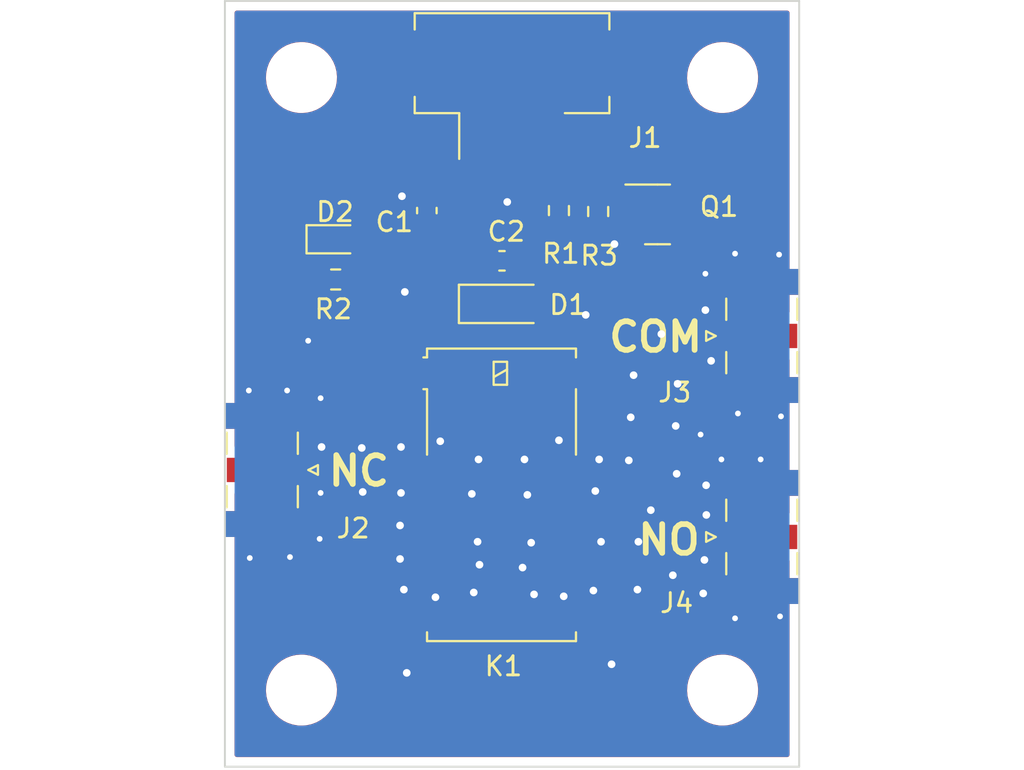
<source format=kicad_pcb>
(kicad_pcb (version 20211014) (generator pcbnew)
  (layers (0 "F.Cu" signal) (1 "In1.Cu" signal) (2 "In2.Cu" signal) (31 "B.Cu" signal) (34 "B.Paste" user) (35 "F.Paste" user) (36 "B.SilkS" user "B.Silkscreen") (37 "F.SilkS" user "F.Silkscreen") (38 "B.Mask" user) (39 "F.Mask" user) (44 "Edge.Cuts" user))
  (net 0 "")
  (net 1 "GND")
  (net 2 "Net-(J1-Pad2)")
  (net 3 "Net-(J2-Pad1)")
  (net 4 "Net-(J4-Pad1)")
  (net 5 "Net-(D2-Pad1)")
  (net 6 "Net-(Q1-Pad1)")
  (net 7 "Net-(C1-Pad1)")
  (net 8 "Net-(C2-Pad1)")
  (net 11 "Net-(K1-Pad4)")
  (footprint "MountingHole:MountingHole_2.7mm_M2.5_DIN965" (layer "F.Cu") (at 104 104)
    (fp_text reference "H1" hide)
    (fp_text value "MountingHole")
    (pad "" np_thru_hole circle locked (at 0 0) (size 2.7 2.7) (drill 2.7) (layers *.Cu *.Mask))
  )
  (footprint "Connector_Coaxial:SMA_Samtec_SMA-J-P-X-ST-EM1_EdgeMount" (layer "F.Cu") (at 102.1 124.5 -90)
    (fp_text reference "J2" (at 3.05 -4.6) (layer "F.SilkS"))
    (fp_text value "Conn_Coaxial")
    (fp_line (start 0.25 -2.76) (end -0.25 -2.76) (layer "F.SilkS") (width 0.12))
    (fp_line (start 0.84 -1.71) (end 1.95 -1.71) (layer "F.SilkS") (width 0.12))
    (fp_line (start -0.25 -2.76) (end 0 -2.26) (layer "F.SilkS") (width 0.12))
    (fp_line (start 0 -2.26) (end 0.25 -2.76) (layer "F.SilkS") (width 0.12))
    (fp_line (start -1.95 2) (end -0.84 2) (layer "F.SilkS") (width 0.12))
    (fp_line (start -1.95 -1.71) (end -0.84 -1.71) (layer "F.SilkS") (width 0.12))
    (fp_line (start 0.84 2) (end 1.95 2) (layer "F.SilkS") (width 0.12))
    (pad "1" smd rect locked (at 0 0.2 270) (size 1.27 3.6) (layers "F.Cu" "F.Paste" "F.Mask") (net 3 "Net-(J2-Pad1)"))
    (pad "2" smd rect locked (at 2.825 0 270) (size 1.35 4.2) (layers "B.Cu" "B.Paste" "B.Mask") (net 1 "GND"))
    (pad "2" smd rect locked (at 2.825 0 270) (size 1.35 4.2) (layers "F.Cu" "F.Paste" "F.Mask") (net 1 "GND"))
    (pad "2" smd rect locked (at -2.825 0 270) (size 1.35 4.2) (layers "B.Cu" "B.Paste" "B.Mask") (net 1 "GND"))
    (pad "2" smd rect locked (at -2.825 0 270) (size 1.35 4.2) (layers "F.Cu" "F.Paste" "F.Mask") (net 1 "GND"))
  )
  (footprint "Resistor_SMD:R_0603_1608Metric" (layer "F.Cu") (at 105.7875 114.55 180)
    (fp_text reference "R2" (at 0.125 -1.55) (layer "F.SilkS"))
    (fp_text value "R")
    (fp_line (start -0.237258 -0.5225) (end 0.237258 -0.5225) (layer "F.SilkS") (width 0.12))
    (fp_line (start -0.237258 0.5225) (end 0.237258 0.5225) (layer "F.SilkS") (width 0.12))
    (pad "1" smd roundrect locked (at -0.825 0 180) (size 0.8 0.95) (layers "F.Cu" "F.Paste" "F.Mask") (net 8 "Net-(C2-Pad1)"))
    (pad "2" smd roundrect locked (at 0.825 0 180) (size 0.8 0.95) (layers "F.Cu" "F.Paste" "F.Mask") (net 5 "Net-(D2-Pad1)"))
  )
  (footprint "Resistor_SMD:R_0603_1608Metric" (layer "F.Cu") (at 117.45 110.95 90)
    (fp_text reference "R1" (at -2.25 0.1) (layer "F.SilkS"))
    (fp_text value "R")
    (fp_line (start -0.237258 0.5225) (end 0.237258 0.5225) (layer "F.SilkS") (width 0.12))
    (fp_line (start -0.237258 -0.5225) (end 0.237258 -0.5225) (layer "F.SilkS") (width 0.12))
    (pad "1" smd roundrect locked (at -0.825 0 90) (size 0.8 0.95) (layers "F.Cu" "F.Paste" "F.Mask") (net 2 "Net-(J1-Pad2)"))
    (pad "2" smd roundrect locked (at 0.825 0 90) (size 0.8 0.95) (layers "F.Cu" "F.Paste" "F.Mask") (net 1 "GND"))
  )
  (footprint "Capacitor_SMD:C_0603_1608Metric" (layer "F.Cu") (at 114.475 113.575 180)
    (fp_text reference "C2" (at -0.225 1.525) (layer "F.SilkS"))
    (fp_text value "C")
    (fp_line (start -0.14058 0.51) (end 0.14058 0.51) (layer "F.SilkS") (width 0.12))
    (fp_line (start -0.14058 -0.51) (end 0.14058 -0.51) (layer "F.SilkS") (width 0.12))
    (pad "1" smd roundrect locked (at -0.775 0 180) (size 0.9 0.95) (layers "F.Cu" "F.Paste" "F.Mask") (net 8 "Net-(C2-Pad1)"))
    (pad "2" smd roundrect locked (at 0.775 0 180) (size 0.9 0.95) (layers "F.Cu" "F.Paste" "F.Mask") (net 7 "Net-(C1-Pad1)"))
  )
  (footprint "Resistor_SMD:R_0603_1608Metric" (layer "F.Cu") (at 119.5 111 -90)
    (fp_text reference "R3" (at 2.3 -0.05) (layer "F.SilkS"))
    (fp_text value "R")
    (fp_line (start -0.237258 -0.5225) (end 0.237258 -0.5225) (layer "F.SilkS") (width 0.12))
    (fp_line (start -0.237258 0.5225) (end 0.237258 0.5225) (layer "F.SilkS") (width 0.12))
    (pad "1" smd roundrect locked (at -0.825 0 270) (size 0.8 0.95) (layers "F.Cu" "F.Paste" "F.Mask") (net 2 "Net-(J1-Pad2)"))
    (pad "2" smd roundrect locked (at 0.825 0 270) (size 0.8 0.95) (layers "F.Cu" "F.Paste" "F.Mask") (net 6 "Net-(Q1-Pad1)"))
  )
  (footprint "Capacitor_SMD:C_0603_1608Metric" (layer "F.Cu") (at 110.55 110.95 90)
    (fp_text reference "C1" (at -0.6 -1.7) (layer "F.SilkS"))
    (fp_text value "C")
    (fp_line (start -0.14058 -0.51) (end 0.14058 -0.51) (layer "F.SilkS") (width 0.12))
    (fp_line (start -0.14058 0.51) (end 0.14058 0.51) (layer "F.SilkS") (width 0.12))
    (pad "1" smd roundrect locked (at -0.775 0 90) (size 0.9 0.95) (layers "F.Cu" "F.Paste" "F.Mask") (net 7 "Net-(C1-Pad1)"))
    (pad "2" smd roundrect locked (at 0.775 0 90) (size 0.9 0.95) (layers "F.Cu" "F.Paste" "F.Mask") (net 1 "GND"))
  )
  (footprint "MountingHole:MountingHole_2.7mm_M2.5_DIN965" (layer "F.Cu") (at 126 136)
    (fp_text reference "H4" hide)
    (fp_text value "MountingHole")
    (pad "" np_thru_hole circle locked (at 0 0) (size 2.7 2.7) (drill 2.7) (layers *.Cu *.Mask))
  )
  (footprint "MountingHole:MountingHole_2.7mm_M2.5_DIN965" (layer "F.Cu") (at 104 136)
    (fp_text reference "H2" hide)
    (fp_text value "MountingHole")
    (pad "" np_thru_hole circle locked (at 0 0) (size 2.7 2.7) (drill 2.7) (layers *.Cu *.Mask))
  )
  (footprint "Connector_JST:JST_PH_B3B-PH-SM4-TB_1x03-1MP_P2.00mm_Vertical" (layer "F.Cu") (at 115 105)
    (fp_text reference "J1" (at 6.95 2.15) (layer "F.SilkS"))
    (fp_text value "Conn_01x03")
    (fp_line (start -2.76 0.86) (end -2.76 3.25) (layer "F.SilkS") (width 0.12))
    (fp_line (start -5.085 0.01) (end -5.085 0.86) (layer "F.SilkS") (width 0.12))
    (fp_line (start -5.085 -3.51) (end -5.085 -4.36) (layer "F.SilkS") (width 0.12))
    (fp_line (start 5.085 -4.36) (end 5.085 -3.51) (layer "F.SilkS") (width 0.12))
    (fp_line (start 5.085 0.01) (end 5.085 0.86) (layer "F.SilkS") (width 0.12))
    (fp_line (start 5.085 0.86) (end 2.76 0.86) (layer "F.SilkS") (width 0.12))
    (fp_line (start -5.085 -4.36) (end 5.085 -4.36) (layer "F.SilkS") (width 0.12))
    (fp_line (start -5.085 0.86) (end -2.76 0.86) (layer "F.SilkS") (width 0.12))
    (pad "1" smd roundrect locked (at -2 0.5) (size 1 5.5) (layers "F.Cu" "F.Paste" "F.Mask") (net 7 "Net-(C1-Pad1)"))
    (pad "2" smd roundrect locked (at 0 0.5) (size 1 5.5) (layers "F.Cu" "F.Paste" "F.Mask") (net 2 "Net-(J1-Pad2)"))
    (pad "3" smd roundrect locked (at 2 0.5) (size 1 5.5) (layers "F.Cu" "F.Paste" "F.Mask") (net 1 "GND"))
    (pad "MP" smd roundrect locked (at 4.4 -1.75) (size 1.6 3) (layers "F.Cu" "F.Paste" "F.Mask") (roundrect_rratio 0.15625))
    (pad "MP" smd roundrect locked (at -4.4 -1.75) (size 1.6 3) (layers "F.Cu" "F.Paste" "F.Mask") (roundrect_rratio 0.15625))
  )
  (footprint "Connector_Coaxial:SMA_Samtec_SMA-J-P-X-ST-EM1_EdgeMount" (layer "F.Cu") (at 127.9 128 90)
    (fp_text reference "J4" (at -3.45 -4.3) (layer "F.SilkS"))
    (fp_text value "Conn_Coaxial")
    (fp_line (start -1.95 2) (end -0.84 2) (layer "F.SilkS") (width 0.12))
    (fp_line (start -0.25 -2.76) (end 0 -2.26) (layer "F.SilkS") (width 0.12))
    (fp_line (start -1.95 -1.71) (end -0.84 -1.71) (layer "F.SilkS") (width 0.12))
    (fp_line (start 0.84 2) (end 1.95 2) (layer "F.SilkS") (width 0.12))
    (fp_line (start 0 -2.26) (end 0.25 -2.76) (layer "F.SilkS") (width 0.12))
    (fp_line (start 0.25 -2.76) (end -0.25 -2.76) (layer "F.SilkS") (width 0.12))
    (fp_line (start 0.84 -1.71) (end 1.95 -1.71) (layer "F.SilkS") (width 0.12))
    (pad "1" smd rect locked (at 0 0.2 90) (size 1.27 3.6) (layers "F.Cu" "F.Paste" "F.Mask") (net 4 "Net-(J4-Pad1)"))
    (pad "2" smd rect locked (at 2.825 0 90) (size 1.35 4.2) (layers "B.Cu" "B.Paste" "B.Mask") (net 1 "GND"))
    (pad "2" smd rect locked (at 2.825 0 90) (size 1.35 4.2) (layers "F.Cu" "F.Paste" "F.Mask") (net 1 "GND"))
    (pad "2" smd rect locked (at -2.825 0 90) (size 1.35 4.2) (layers "F.Cu" "F.Paste" "F.Mask") (net 1 "GND"))
    (pad "2" smd rect locked (at -2.825 0 90) (size 1.35 4.2) (layers "B.Cu" "B.Paste" "B.Mask") (net 1 "GND"))
  )
  (footprint "LED_SMD:LED_0603_1608Metric" (layer "F.Cu") (at 105.75 112.45)
    (fp_text reference "D2" (at 0 -1.43) (layer "F.SilkS"))
    (fp_text value "LED")
    (fp_line (start 0.8 -0.735) (end -1.485 -0.735) (layer "F.SilkS") (width 0.12))
    (fp_line (start -1.485 0.735) (end 0.8 0.735) (layer "F.SilkS") (width 0.12))
    (fp_line (start -1.485 -0.735) (end -1.485 0.735) (layer "F.SilkS") (width 0.12))
    (pad "1" smd roundrect locked (at -0.7875 0) (size 0.875 0.95) (layers "F.Cu" "F.Paste" "F.Mask") (net 5 "Net-(D2-Pad1)"))
    (pad "2" smd roundrect locked (at 0.7875 0) (size 0.875 0.95) (layers "F.Cu" "F.Paste" "F.Mask") (net 7 "Net-(C1-Pad1)"))
  )
  (footprint "Package_TO_SOT_SMD:SOT-23" (layer "F.Cu") (at 122.6 111.15)
    (fp_text reference "Q1" (at 3.2125 -0.4) (layer "F.SilkS"))
    (fp_text value "BC817")
    (fp_line (start 0 1.56) (end -0.65 1.56) (layer "F.SilkS") (width 0.12))
    (fp_line (start 0 -1.56) (end -1.675 -1.56) (layer "F.SilkS") (width 0.12))
    (fp_line (start 0 1.56) (end 0.65 1.56) (layer "F.SilkS") (width 0.12))
    (fp_line (start 0 -1.56) (end 0.65 -1.56) (layer "F.SilkS") (width 0.12))
    (pad "1" smd roundrect locked (at -0.9375 -0.95) (size 1.475 0.6) (layers "F.Cu" "F.Paste" "F.Mask") (net 6 "Net-(Q1-Pad1)"))
    (pad "2" smd roundrect locked (at -0.9375 0.95) (size 1.475 0.6) (layers "F.Cu" "F.Paste" "F.Mask") (net 1 "GND"))
    (pad "3" smd roundrect locked (at 0.9375 0) (size 1.475 0.6) (layers "F.Cu" "F.Paste" "F.Mask") (net 8 "Net-(C2-Pad1)"))
  )
  (footprint "MountingHole:MountingHole_2.7mm_M2.5_DIN965" (layer "F.Cu") (at 126 104)
    (fp_text reference "H3" hide)
    (fp_text value "MountingHole")
    (pad "" np_thru_hole circle locked (at 0 0) (size 2.7 2.7) (drill 2.7) (layers *.Cu *.Mask))
  )
  (footprint "Connector_Coaxial:SMA_Samtec_SMA-J-P-X-ST-EM1_EdgeMount" (layer "F.Cu") (at 127.9 117.5 90)
    (fp_text reference "J3" (at -2.95 -4.4) (layer "F.SilkS"))
    (fp_text value "Conn_Coaxial")
    (fp_line (start 0.25 -2.76) (end -0.25 -2.76) (layer "F.SilkS") (width 0.12))
    (fp_line (start -1.95 2) (end -0.84 2) (layer "F.SilkS") (width 0.12))
    (fp_line (start 0.84 2) (end 1.95 2) (layer "F.SilkS") (width 0.12))
    (fp_line (start -1.95 -1.71) (end -0.84 -1.71) (layer "F.SilkS") (width 0.12))
    (fp_line (start -0.25 -2.76) (end 0 -2.26) (layer "F.SilkS") (width 0.12))
    (fp_line (start 0.84 -1.71) (end 1.95 -1.71) (layer "F.SilkS") (width 0.12))
    (fp_line (start 0 -2.26) (end 0.25 -2.76) (layer "F.SilkS") (width 0.12))
    (pad "1" smd rect locked (at 0 0.2 90) (size 1.27 3.6) (layers "F.Cu" "F.Paste" "F.Mask") (net 11 "Net-(K1-Pad4)"))
    (pad "2" smd rect locked (at 2.825 0 90) (size 1.35 4.2) (layers "F.Cu" "F.Paste" "F.Mask") (net 1 "GND"))
    (pad "2" smd rect locked (at -2.825 0 90) (size 1.35 4.2) (layers "B.Cu" "B.Paste" "B.Mask") (net 1 "GND"))
    (pad "2" smd rect locked (at 2.825 0 90) (size 1.35 4.2) (layers "B.Cu" "B.Paste" "B.Mask") (net 1 "GND"))
    (pad "2" smd rect locked (at -2.825 0 90) (size 1.35 4.2) (layers "F.Cu" "F.Paste" "F.Mask") (net 1 "GND"))
  )
  (footprint "Relay_SMD:Relay_DPDT_Kemet_EE2_NUH" (layer "F.Cu") (at 114.45 125.8)
    (fp_text reference "K1" (at 0.1 8.95 180) (layer "F.SilkS"))
    (fp_text value "EE2-5NUH")
    (fp_line (start 3.89 -5.52) (end 3.89 -2.1) (layer "F.SilkS") (width 0.12))
    (fp_line (start -3.89 -7.18) (end -4.08 -7.18) (layer "F.SilkS") (width 0.12))
    (fp_line (start -3.89 -5.52) (end -4.08 -5.52) (layer "F.SilkS") (width 0.12))
    (fp_line (start 0.29 -5.75) (end 0.29 -6.95) (layer "F.SilkS") (width 0.12))
    (fp_line (start -0.41 -6.95) (end -0.41 -5.75) (layer "F.SilkS") (width 0.12))
    (fp_line (start 3.89 -7.64) (end -3.89 -7.64) (layer "F.SilkS") (width 0.12))
    (fp_line (start 3.89 -7.64) (end 3.89 -7.18) (layer "F.SilkS") (width 0.12))
    (fp_line (start -3.89 -7.64) (end -3.89 -7.18) (layer "F.SilkS") (width 0.12))
    (fp_line (start -3.89 -5.52) (end -3.89 -2.1) (layer "F.SilkS") (width 0.12))
    (fp_line (start 3.89 7.64) (end -3.89 7.64) (layer "F.SilkS") (width 0.12))
    (fp_line (start -0.41 -5.75) (end 0.29 -5.75) (layer "F.SilkS") (width 0.12))
    (fp_line (start -3.89 7.18) (end -3.89 7.64) (layer "F.SilkS") (width 0.12))
    (fp_line (start -0.41 -6.15) (end 0.29 -6.55) (layer "F.SilkS") (width 0.12))
    (fp_line (start 3.89 7.18) (end 3.89 7.64) (layer "F.SilkS") (width 0.12))
    (fp_line (start 0.29 -6.95) (end -0.41 -6.95) (layer "F.SilkS") (width 0.12))
    (pad "1" smd roundrect (at -3.145 -6.35 270) (size 1.11 2) (layers "F.Cu" "F.Paste" "F.Mask") (roundrect_rratio 0.225) (net 7 "Net-(C1-Pad1)"))
    (pad "3" smd roundrect (at -3.145 -1.27 270) (size 1.11 2) (layers "F.Cu" "F.Paste" "F.Mask") (roundrect_rratio 0.225) (net 3 "Net-(J2-Pad1)"))
    (pad "4" smd roundrect (at -3.145 1.27 270) (size 1.11 2) (layers "F.Cu" "F.Paste" "F.Mask") (roundrect_rratio 0.225) (net 11 "Net-(K1-Pad4)"))
    (pad "5" smd roundrect (at -3.145 3.81 270) (size 1.11 2) (layers "F.Cu" "F.Paste" "F.Mask") (roundrect_rratio 0.225))
    (pad "8" smd roundrect (at 3.145 3.81 270) (size 1.11 2) (layers "F.Cu" "F.Paste" "F.Mask") (roundrect_rratio 0.225) (net 4 "Net-(J4-Pad1)"))
    (pad "9" smd roundrect (at 3.145 1.27 270) (size 1.11 2) (layers "F.Cu" "F.Paste" "F.Mask") (roundrect_rratio 0.225) (net 11 "Net-(K1-Pad4)"))
    (pad "10" smd roundrect (at 3.145 -1.27 270) (size 1.11 2) (layers "F.Cu" "F.Paste" "F.Mask") (roundrect_rratio 0.225))
    (pad "12" smd roundrect (at 3.145 -6.35 270) (size 1.11 2) (layers "F.Cu" "F.Paste" "F.Mask") (roundrect_rratio 0.225) (net 8 "Net-(C2-Pad1)"))
  )
  (footprint "Diode_SMD:D_SOD-123" (layer "F.Cu") (at 114.475 115.825)
    (fp_text reference "D1" (at 3.45 0.05) (layer "F.SilkS"))
    (fp_text value "1N4001")
    (fp_line (start -2.25 1) (end 1.65 1) (layer "F.SilkS") (width 0.12))
    (fp_line (start -2.25 -1) (end 1.65 -1) (layer "F.SilkS") (width 0.12))
    (fp_line (start -2.25 -1) (end -2.25 1) (layer "F.SilkS") (width 0.12))
    (pad "1" smd rect (at -1.65 0) (size 0.9 1.2) (layers "F.Cu" "F.Paste" "F.Mask") (net 7 "Net-(C1-Pad1)"))
    (pad "2" smd rect (at 1.65 0) (size 0.9 1.2) (layers "F.Cu" "F.Paste" "F.Mask") (net 8 "Net-(C2-Pad1)"))
  )
  (gr_line (start 130 140) (end 100 140) (layer "Edge.Cuts") (width 0.1))
  (gr_line (start 100 100) (end 130 100) (layer "Edge.Cuts") (width 0.1))
  (gr_line (start 130 100) (end 130 140) (layer "Edge.Cuts") (width 0.1))
  (gr_line (start 100 140) (end 100 100) (layer "Edge.Cuts") (width 0.1))
  (gr_text "NC" (at 107 124.55) (layer "F.SilkS") (effects (font (size 1.5 1.5) (thickness 0.3))))
  (gr_text "COM" (at 122.5 117.55) (layer "F.SilkS") (effects (font (size 1.5 1.5) (thickness 0.3))))
  (gr_text "NO" (at 123.2 128.15) (layer "F.SilkS") (effects (font (size 1.5 1.5) (thickness 0.3))))
  (segment (start 110.55 110.175) (end 109.275 110.175) (width 1) (layer "F.Cu") (net 1))
  (segment (start 121.6625 112.1) (end 120.95 112.1) (width 0.5) (layer "F.Cu") (net 1))
  (segment (start 120.95 112.1) (end 120.35 112.7) (width 0.5) (layer "F.Cu") (net 1))
  (segment (start 109.275 110.175) (end 109.25 110.2) (width 1) (layer "F.Cu") (net 1))
  (via (at 125.15 126.85) (size 0.8) (drill 0.4) (layers "F.Cu" "B.Cu") (net 1))
  (via (at 128.95 113.25) (size 0.8) (drill 0.3) (layers "F.Cu" "B.Cu") (net 1))
  (via (at 109.2 125.7) (size 0.8) (drill 0.4) (layers "F.Cu" "B.Cu") (net 1))
  (via (at 101.3 129.1) (size 0.8) (drill 0.3) (layers "F.Cu" "B.Cu") (net 1))
  (via (at 119.65 128.25) (size 0.8) (drill 0.4) (layers "F.Cu" "B.Cu") (net 1))
  (via (at 104.95 128.1) (size 0.8) (drill 0.3) (layers "F.Cu" "B.Cu") (net 1))
  (via (at 109.15 129.15) (size 0.8) (drill 0.4) (layers "F.Cu" "B.Cu") (net 1))
  (via (at 117.45 122.95) (size 0.8) (drill 0.4) (layers "F.Cu" "B.Cu") (net 1))
  (via (at 115.55 129.6) (size 0.8) (drill 0.4) (layers "F.Cu" "B.Cu") (net 1))
  (via (at 129 132.15) (size 0.8) (drill 0.3) (layers "F.Cu" "B.Cu") (net 1))
  (via (at 122.8 117.4) (size 0.8) (drill 0.4) (layers "F.Cu" "B.Cu") (net 1))
  (via (at 103.25 120.35) (size 0.8) (drill 0.3) (layers "F.Cu" "B.Cu") (net 1))
  (via (at 121.35 119.55) (size 0.8) (drill 0.4) (layers "F.Cu" "B.Cu") (net 1))
  (via (at 109.2 123.3) (size 0.8) (drill 0.4) (layers "F.Cu" "B.Cu") (net 1))
  (via (at 127.9875 123.95) (size 0.8) (drill 0.3) (layers "F.Cu" "B.Cu") (net 1))
  (via (at 114.75 110.5) (size 0.8) (drill 0.4) (layers "F.Cu" "B.Cu") (net 1))
  (via (at 123.65 120) (size 0.8) (drill 0.4) (layers "F.Cu" "B.Cu") (net 1))
  (via (at 113.3 129.45) (size 0.8) (drill 0.4) (layers "F.Cu" "B.Cu") (net 1))
  (via (at 107.2 125.65) (size 0.8) (drill 0.4) (layers "F.Cu" "B.Cu") (net 1))
  (via (at 117.7 131.1) (size 0.8) (drill 0.4) (layers "F.Cu" "B.Cu") (net 1))
  (via (at 107.15 123.35) (size 0.8) (drill 0.4) (layers "F.Cu" "B.Cu") (net 1))
  (via (at 105 120.75) (size 0.8) (drill 0.3) (layers "F.Cu" "B.Cu") (net 1))
  (via (at 104.35 117.75) (size 0.8) (drill 0.3) (layers "F.Cu" "B.Cu") (net 1))
  (via (at 120.35 112.7) (size 0.8) (drill 0.4) (layers "F.Cu" "B.Cu") (net 1))
  (via (at 124.85 122.65) (size 0.8) (drill 0.3) (layers "F.Cu" "B.Cu") (net 1))
  (via (at 115.65 123.95) (size 0.8) (drill 0.4) (layers "F.Cu" "B.Cu") (net 1))
  (via (at 126.8 121.55) (size 0.8) (drill 0.3) (layers "F.Cu" "B.Cu") (net 1))
  (via (at 119.25 130.8) (size 0.8) (drill 0.4) (layers "F.Cu" "B.Cu") (net 1))
  (via (at 109.5 135.1) (size 0.8) (drill 0.4) (layers "F.Cu" "B.Cu") (net 1))
  (via (at 125.9375 123.95) (size 0.8) (drill 0.3) (layers "F.Cu" "B.Cu") (net 1))
  (via (at 113.25 123.95) (size 0.8) (drill 0.4) (layers "F.Cu" "B.Cu") (net 1))
  (via (at 111.25 123) (size 0.8) (drill 0.4) (layers "F.Cu" "B.Cu") (net 1))
  (via (at 120.2 134.65) (size 0.8) (drill 0.4) (layers "F.Cu" "B.Cu") (net 1))
  (via (at 116 128.3) (size 0.8) (drill 0.4) (layers "F.Cu" "B.Cu") (net 1))
  (via (at 103.4 129.05) (size 0.8) (drill 0.3) (layers "F.Cu" "B.Cu") (net 1))
  (via (at 123.4 130) (size 0.8) (drill 0.4) (layers "F.Cu" "B.Cu") (net 1))
  (via (at 125.1 114.25) (size 0.8) (drill 0.3) (layers "F.Cu" "B.Cu") (net 1))
  (via (at 111 131.15) (size 0.8) (drill 0.4) (layers "F.Cu" "B.Cu") (net 1))
  (via (at 112.9 125.75) (size 0.8) (drill 0.4) (layers "F.Cu" "B.Cu") (net 1))
  (via (at 121.6 128.25) (size 0.8) (drill 0.4) (layers "F.Cu" "B.Cu") (net 1))
  (via (at 122.25 126.6) (size 0.8) (drill 0.4) (layers "F.Cu" "B.Cu") (net 1))
  (via (at 125.4 118.8) (size 0.8) (drill 0.4) (layers "F.Cu" "B.Cu") (net 1))
  (via (at 126.65 132.25) (size 0.8) (drill 0.3) (layers "F.Cu" "B.Cu") (net 1))
  (via (at 129.05 121.7) (size 0.8) (drill 0.3) (layers "F.Cu" "B.Cu") (net 1))
  (via (at 124.9875 130.95) (size 0.8) (drill 0.4) (layers "F.Cu" "B.Cu") (net 1))
  (via (at 126.65 113.2) (size 0.8) (drill 0.3) (layers "F.Cu" "B.Cu") (net 1))
  (via (at 105.05 123.3) (size 0.8) (drill 0.4) (layers "F.Cu" "B.Cu") (net 1))
  (via (at 109.35 130.75) (size 0.8) (drill 0.4) (layers "F.Cu" "B.Cu") (net 1))
  (via (at 125.1 116.15) (size 0.8) (drill 0.4) (layers "F.Cu" "B.Cu") (net 1))
  (via (at 109.15 127.4) (size 0.8) (drill 0.4) (layers "F.Cu" "B.Cu") (net 1))
  (via (at 115.8 125.8) (size 0.8) (drill 0.4) (layers "F.Cu" "B.Cu") (net 1))
  (via (at 121.2 121.75) (size 0.8) (drill 0.4) (layers "F.Cu" "B.Cu") (net 1))
  (via (at 116.15 131) (size 0.8) (drill 0.4) (layers "F.Cu" "B.Cu") (net 1))
  (via (at 109.4 115.2) (size 0.8) (drill 0.4) (layers "F.Cu" "B.Cu") (net 1))
  (via (at 101.25 120.35) (size 0.8) (drill 0.3) (layers "F.Cu" "B.Cu") (net 1))
  (via (at 125.05 129.2) (size 0.8) (drill 0.4) (layers "F.Cu" "B.Cu") (net 1))
  (via (at 113 130.9) (size 0.8) (drill 0.4) (layers "F.Cu" "B.Cu") (net 1))
  (via (at 119.35 125.6) (size 0.8) (drill 0.4) (layers "F.Cu" "B.Cu") (net 1))
  (via (at 113.2 128.25) (size 0.8) (drill 0.4) (layers "F.Cu" "B.Cu") (net 1))
  (via (at 123.55 122.2) (size 0.8) (drill 0.4) (layers "F.Cu" "B.Cu") (net 1))
  (via (at 109.25 110.2) (size 0.8) (drill 0.4) (layers "F.Cu" "B.Cu") (net 1))
  (via (at 118.85 116.4) (size 0.8) (drill 0.4) (layers "F.Cu" "B.Cu") (net 1))
  (via (at 121.55 130.75) (size 0.8) (drill 0.4) (layers "F.Cu" "B.Cu") (net 1))
  (via (at 125.1375 125.3) (size 0.8) (drill 0.4) (layers "F.Cu" "B.Cu") (net 1))
  (via (at 121.1 124) (size 0.8) (drill 0.4) (layers "F.Cu" "B.Cu") (net 1))
  (via (at 123.6 124.7) (size 0.8) (drill 0.4) (layers "F.Cu" "B.Cu") (net 1))
  (via (at 105 125.7) (size 0.8) (drill 0.3) (layers "F.Cu" "B.Cu") (net 1))
  (via (at 119.55 123.95) (size 0.8) (drill 0.4) (layers "F.Cu" "B.Cu") (net 1))
  (segment (start 115 109.325) (end 117.45 111.775) (width 0.293) (layer "F.Cu") (net 2))
  (segment (start 117.45 111.775) (end 117.9 111.775) (width 0.5) (layer "F.Cu") (net 2))
  (segment (start 117.9 111.775) (end 119.5 110.175) (width 0.5) (layer "F.Cu") (net 2))
  (segment (start 115 105.5) (end 115 109.325) (width 0.293) (layer "F.Cu") (net 2))
  (segment (start 111.275 124.5) (end 111.305 124.53) (width 0.293) (layer "F.Cu") (net 3))
  (segment (start 101.9 124.5) (end 111.275 124.5) (width 0.293) (layer "F.Cu") (net 3))
  (segment (start 128.1 128) (end 124.521778 128) (width 0.293) (layer "F.Cu") (net 4))
  (segment (start 123.107564 128.585787) (end 122.634741 129.05861) (width 0.293) (layer "F.Cu") (net 4))
  (segment (start 120.897359 129.61) (end 117.595 129.61) (width 0.293) (layer "F.Cu") (net 4))
  (arc (start 122.634741 129.05861) (mid 121.808389 129.468325) (end 120.897359 129.61) (width 0.293) (layer "F.Cu") (net 4))
  (arc (start 124.521778 128) (mid 123.756411 128.152241) (end 123.107564 128.585787) (width 0.293) (layer "F.Cu") (net 4))
  (segment (start 104.9625 112.45) (end 104.9625 114.55) (width 0.293) (layer "F.Cu") (net 5))
  (segment (start 120.0375 111.825) (end 121.6625 110.2) (width 0.5) (layer "F.Cu") (net 6))
  (segment (start 119.5 111.825) (end 120.0375 111.825) (width 0.5) (layer "F.Cu") (net 6))
  (segment (start 106.5375 112.45) (end 109.825 112.45) (width 0.293) (layer "F.Cu") (net 7))
  (segment (start 112.825 117.93) (end 111.305 119.45) (width 1) (layer "F.Cu") (net 7))
  (segment (start 113 105.5) (end 113 112.05) (width 1) (layer "F.Cu") (net 7))
  (segment (start 111.85 113.2) (end 111.85 113.025) (width 1) (layer "F.Cu") (net 7))
  (segment (start 112.825 115.825) (end 112.825 117.93) (width 1) (layer "F.Cu") (net 7))
  (segment (start 111.85 114.85) (end 112.825 115.825) (width 1) (layer "F.Cu") (net 7))
  (segment (start 111.85 113.025) (end 110.55 111.725) (width 1) (layer "F.Cu") (net 7))
  (segment (start 113 112.05) (end 111.85 113.2) (width 1) (layer "F.Cu") (net 7))
  (segment (start 111.85 113.2) (end 111.85 114.85) (width 1) (layer "F.Cu") (net 7))
  (segment (start 109.825 112.45) (end 110.55 111.725) (width 0.293) (layer "F.Cu") (net 7))
  (segment (start 113.7 115.15) (end 112.825 116.025) (width 0.5) (layer "F.Cu") (net 7))
  (segment (start 113.7 113.575) (end 113.7 115.15) (width 0.5) (layer "F.Cu") (net 7))
  (segment (start 116.125 115.825) (end 116.125 117.98) (width 1) (layer "F.Cu") (net 8))
  (segment (start 115.25 115.15) (end 116.125 116.025) (width 0.5) (layer "F.Cu") (net 8))
  (segment (start 115.25 113.575) (end 122.625 113.575) (width 0.5) (layer "F.Cu") (net 8))
  (segment (start 122.625 113.575) (end 123.5375 112.6625) (width 0.5) (layer "F.Cu") (net 8))
  (segment (start 106.6125 114.55) (end 106.6125 116.655546) (width 0.293) (layer "F.Cu") (net 8))
  (segment (start 116.69398 120.35102) (end 117.595 119.45) (width 0.293) (layer "F.Cu") (net 8))
  (segment (start 106.6125 116.655546) (end 110.307974 120.35102) (width 0.293) (layer "F.Cu") (net 8))
  (segment (start 110.307974 120.35102) (end 116.69398 120.35102) (width 0.293) (layer "F.Cu") (net 8))
  (segment (start 116.125 117.98) (end 117.595 119.45) (width 1) (layer "F.Cu") (net 8))
  (segment (start 115.25 113.575) (end 115.25 115.15) (width 0.5) (layer "F.Cu") (net 8))
  (segment (start 123.5375 112.6625) (end 123.5375 111.15) (width 0.5) (layer "F.Cu") (net 8))
  (segment (start 117.595 127.07) (end 119.101573 127.07) (width 0.293) (layer "F.Cu") (net 11))
  (segment (start 122.4 123.771573) (end 122.4 120.328427) (width 0.293) (layer "F.Cu") (net 11))
  (segment (start 120.515787 126.484213) (end 121.814214 125.185786) (width 0.293) (layer "F.Cu") (net 11))
  (segment (start 125.228427 117.5) (end 128.1 117.5) (width 0.293) (layer "F.Cu") (net 11))
  (segment (start 122.985787 118.914213) (end 123.814214 118.085786) (width 0.293) (layer "F.Cu") (net 11))
  (segment (start 111.305 127.07) (end 117.595 127.07) (width 0.293) (layer "F.Cu") (net 11))
  (arc (start 123.814214 118.085786) (mid 124.46306 117.652241) (end 125.228427 117.5) (width 0.293) (layer "F.Cu") (net 11))
  (arc (start 122.4 123.771573) (mid 122.247759 124.53694) (end 121.814214 125.185786) (width 0.293) (layer "F.Cu") (net 11))
  (arc (start 119.101573 127.07) (mid 119.86694 126.917759) (end 120.515787 126.484213) (width 0.293) (layer "F.Cu") (net 11))
  (arc (start 122.4 120.328427) (mid 122.552241 119.56306) (end 122.985787 118.914213) (width 0.293) (layer "F.Cu") (net 11))
  (zone (net 1) (net_name "GND") (layer "F.Cu") (connect_pads yes (clearance 0.5)) (min_thickness 0.254) (fill yes (thermal_gap 0.508) (thermal_bridge_width 0.508))
    (polygon (pts (xy 130 140) (xy 100 140) (xy 100 100) (xy 130 100)))
  )
  (zone (net 1) (net_name "GND") (layers "In1.Cu" "In2.Cu" "B.Cu") (connect_pads yes (clearance 0.508)) (min_thickness 0.254) (fill yes (thermal_gap 0.508) (thermal_bridge_width 0.508))
    (polygon (pts (xy 129.9718 139.9744) (xy 99.9718 139.9744) (xy 99.9718 99.9744) (xy 129.9718 99.9744)))
  )
)
</source>
